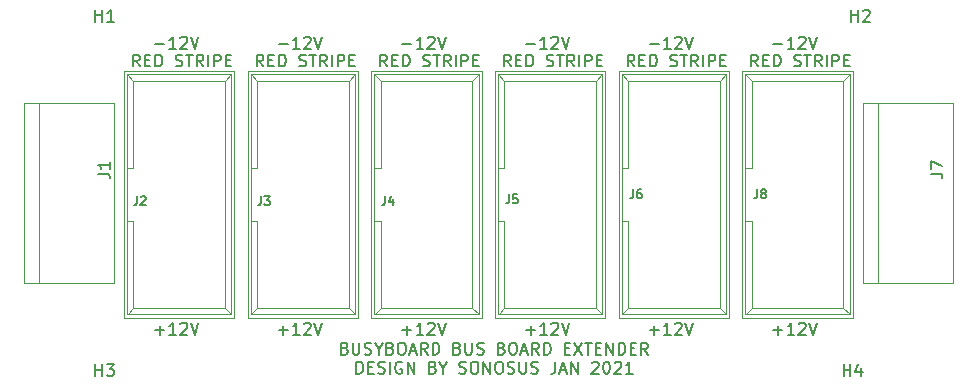
<source format=gbr>
%TF.GenerationSoftware,KiCad,Pcbnew,(6.0.0)*%
%TF.CreationDate,2022-01-31T19:36:34+00:00*%
%TF.ProjectId,BusyBusBoard,42757379-4275-4734-926f-6172642e6b69,rev?*%
%TF.SameCoordinates,Original*%
%TF.FileFunction,Legend,Top*%
%TF.FilePolarity,Positive*%
%FSLAX46Y46*%
G04 Gerber Fmt 4.6, Leading zero omitted, Abs format (unit mm)*
G04 Created by KiCad (PCBNEW (6.0.0)) date 2022-01-31 19:36:34*
%MOMM*%
%LPD*%
G01*
G04 APERTURE LIST*
%ADD10C,0.150000*%
%ADD11C,0.120000*%
G04 APERTURE END LIST*
D10*
X128357142Y-96123571D02*
X128500000Y-96171190D01*
X128547619Y-96218809D01*
X128595238Y-96314047D01*
X128595238Y-96456904D01*
X128547619Y-96552142D01*
X128500000Y-96599761D01*
X128404761Y-96647380D01*
X128023809Y-96647380D01*
X128023809Y-95647380D01*
X128357142Y-95647380D01*
X128452380Y-95695000D01*
X128500000Y-95742619D01*
X128547619Y-95837857D01*
X128547619Y-95933095D01*
X128500000Y-96028333D01*
X128452380Y-96075952D01*
X128357142Y-96123571D01*
X128023809Y-96123571D01*
X129023809Y-95647380D02*
X129023809Y-96456904D01*
X129071428Y-96552142D01*
X129119047Y-96599761D01*
X129214285Y-96647380D01*
X129404761Y-96647380D01*
X129500000Y-96599761D01*
X129547619Y-96552142D01*
X129595238Y-96456904D01*
X129595238Y-95647380D01*
X130023809Y-96599761D02*
X130166666Y-96647380D01*
X130404761Y-96647380D01*
X130500000Y-96599761D01*
X130547619Y-96552142D01*
X130595238Y-96456904D01*
X130595238Y-96361666D01*
X130547619Y-96266428D01*
X130500000Y-96218809D01*
X130404761Y-96171190D01*
X130214285Y-96123571D01*
X130119047Y-96075952D01*
X130071428Y-96028333D01*
X130023809Y-95933095D01*
X130023809Y-95837857D01*
X130071428Y-95742619D01*
X130119047Y-95695000D01*
X130214285Y-95647380D01*
X130452380Y-95647380D01*
X130595238Y-95695000D01*
X131214285Y-96171190D02*
X131214285Y-96647380D01*
X130880952Y-95647380D02*
X131214285Y-96171190D01*
X131547619Y-95647380D01*
X132214285Y-96123571D02*
X132357142Y-96171190D01*
X132404761Y-96218809D01*
X132452380Y-96314047D01*
X132452380Y-96456904D01*
X132404761Y-96552142D01*
X132357142Y-96599761D01*
X132261904Y-96647380D01*
X131880952Y-96647380D01*
X131880952Y-95647380D01*
X132214285Y-95647380D01*
X132309523Y-95695000D01*
X132357142Y-95742619D01*
X132404761Y-95837857D01*
X132404761Y-95933095D01*
X132357142Y-96028333D01*
X132309523Y-96075952D01*
X132214285Y-96123571D01*
X131880952Y-96123571D01*
X133071428Y-95647380D02*
X133261904Y-95647380D01*
X133357142Y-95695000D01*
X133452380Y-95790238D01*
X133500000Y-95980714D01*
X133500000Y-96314047D01*
X133452380Y-96504523D01*
X133357142Y-96599761D01*
X133261904Y-96647380D01*
X133071428Y-96647380D01*
X132976190Y-96599761D01*
X132880952Y-96504523D01*
X132833333Y-96314047D01*
X132833333Y-95980714D01*
X132880952Y-95790238D01*
X132976190Y-95695000D01*
X133071428Y-95647380D01*
X133880952Y-96361666D02*
X134357142Y-96361666D01*
X133785714Y-96647380D02*
X134119047Y-95647380D01*
X134452380Y-96647380D01*
X135357142Y-96647380D02*
X135023809Y-96171190D01*
X134785714Y-96647380D02*
X134785714Y-95647380D01*
X135166666Y-95647380D01*
X135261904Y-95695000D01*
X135309523Y-95742619D01*
X135357142Y-95837857D01*
X135357142Y-95980714D01*
X135309523Y-96075952D01*
X135261904Y-96123571D01*
X135166666Y-96171190D01*
X134785714Y-96171190D01*
X135785714Y-96647380D02*
X135785714Y-95647380D01*
X136023809Y-95647380D01*
X136166666Y-95695000D01*
X136261904Y-95790238D01*
X136309523Y-95885476D01*
X136357142Y-96075952D01*
X136357142Y-96218809D01*
X136309523Y-96409285D01*
X136261904Y-96504523D01*
X136166666Y-96599761D01*
X136023809Y-96647380D01*
X135785714Y-96647380D01*
X137880952Y-96123571D02*
X138023809Y-96171190D01*
X138071428Y-96218809D01*
X138119047Y-96314047D01*
X138119047Y-96456904D01*
X138071428Y-96552142D01*
X138023809Y-96599761D01*
X137928571Y-96647380D01*
X137547619Y-96647380D01*
X137547619Y-95647380D01*
X137880952Y-95647380D01*
X137976190Y-95695000D01*
X138023809Y-95742619D01*
X138071428Y-95837857D01*
X138071428Y-95933095D01*
X138023809Y-96028333D01*
X137976190Y-96075952D01*
X137880952Y-96123571D01*
X137547619Y-96123571D01*
X138547619Y-95647380D02*
X138547619Y-96456904D01*
X138595238Y-96552142D01*
X138642857Y-96599761D01*
X138738095Y-96647380D01*
X138928571Y-96647380D01*
X139023809Y-96599761D01*
X139071428Y-96552142D01*
X139119047Y-96456904D01*
X139119047Y-95647380D01*
X139547619Y-96599761D02*
X139690476Y-96647380D01*
X139928571Y-96647380D01*
X140023809Y-96599761D01*
X140071428Y-96552142D01*
X140119047Y-96456904D01*
X140119047Y-96361666D01*
X140071428Y-96266428D01*
X140023809Y-96218809D01*
X139928571Y-96171190D01*
X139738095Y-96123571D01*
X139642857Y-96075952D01*
X139595238Y-96028333D01*
X139547619Y-95933095D01*
X139547619Y-95837857D01*
X139595238Y-95742619D01*
X139642857Y-95695000D01*
X139738095Y-95647380D01*
X139976190Y-95647380D01*
X140119047Y-95695000D01*
X141642857Y-96123571D02*
X141785714Y-96171190D01*
X141833333Y-96218809D01*
X141880952Y-96314047D01*
X141880952Y-96456904D01*
X141833333Y-96552142D01*
X141785714Y-96599761D01*
X141690476Y-96647380D01*
X141309523Y-96647380D01*
X141309523Y-95647380D01*
X141642857Y-95647380D01*
X141738095Y-95695000D01*
X141785714Y-95742619D01*
X141833333Y-95837857D01*
X141833333Y-95933095D01*
X141785714Y-96028333D01*
X141738095Y-96075952D01*
X141642857Y-96123571D01*
X141309523Y-96123571D01*
X142500000Y-95647380D02*
X142690476Y-95647380D01*
X142785714Y-95695000D01*
X142880952Y-95790238D01*
X142928571Y-95980714D01*
X142928571Y-96314047D01*
X142880952Y-96504523D01*
X142785714Y-96599761D01*
X142690476Y-96647380D01*
X142500000Y-96647380D01*
X142404761Y-96599761D01*
X142309523Y-96504523D01*
X142261904Y-96314047D01*
X142261904Y-95980714D01*
X142309523Y-95790238D01*
X142404761Y-95695000D01*
X142500000Y-95647380D01*
X143309523Y-96361666D02*
X143785714Y-96361666D01*
X143214285Y-96647380D02*
X143547619Y-95647380D01*
X143880952Y-96647380D01*
X144785714Y-96647380D02*
X144452380Y-96171190D01*
X144214285Y-96647380D02*
X144214285Y-95647380D01*
X144595238Y-95647380D01*
X144690476Y-95695000D01*
X144738095Y-95742619D01*
X144785714Y-95837857D01*
X144785714Y-95980714D01*
X144738095Y-96075952D01*
X144690476Y-96123571D01*
X144595238Y-96171190D01*
X144214285Y-96171190D01*
X145214285Y-96647380D02*
X145214285Y-95647380D01*
X145452380Y-95647380D01*
X145595238Y-95695000D01*
X145690476Y-95790238D01*
X145738095Y-95885476D01*
X145785714Y-96075952D01*
X145785714Y-96218809D01*
X145738095Y-96409285D01*
X145690476Y-96504523D01*
X145595238Y-96599761D01*
X145452380Y-96647380D01*
X145214285Y-96647380D01*
X146976190Y-96123571D02*
X147309523Y-96123571D01*
X147452380Y-96647380D02*
X146976190Y-96647380D01*
X146976190Y-95647380D01*
X147452380Y-95647380D01*
X147785714Y-95647380D02*
X148452380Y-96647380D01*
X148452380Y-95647380D02*
X147785714Y-96647380D01*
X148690476Y-95647380D02*
X149261904Y-95647380D01*
X148976190Y-96647380D02*
X148976190Y-95647380D01*
X149595238Y-96123571D02*
X149928571Y-96123571D01*
X150071428Y-96647380D02*
X149595238Y-96647380D01*
X149595238Y-95647380D01*
X150071428Y-95647380D01*
X150500000Y-96647380D02*
X150500000Y-95647380D01*
X151071428Y-96647380D01*
X151071428Y-95647380D01*
X151547619Y-96647380D02*
X151547619Y-95647380D01*
X151785714Y-95647380D01*
X151928571Y-95695000D01*
X152023809Y-95790238D01*
X152071428Y-95885476D01*
X152119047Y-96075952D01*
X152119047Y-96218809D01*
X152071428Y-96409285D01*
X152023809Y-96504523D01*
X151928571Y-96599761D01*
X151785714Y-96647380D01*
X151547619Y-96647380D01*
X152547619Y-96123571D02*
X152880952Y-96123571D01*
X153023809Y-96647380D02*
X152547619Y-96647380D01*
X152547619Y-95647380D01*
X153023809Y-95647380D01*
X154023809Y-96647380D02*
X153690476Y-96171190D01*
X153452380Y-96647380D02*
X153452380Y-95647380D01*
X153833333Y-95647380D01*
X153928571Y-95695000D01*
X153976190Y-95742619D01*
X154023809Y-95837857D01*
X154023809Y-95980714D01*
X153976190Y-96075952D01*
X153928571Y-96123571D01*
X153833333Y-96171190D01*
X153452380Y-96171190D01*
X129333333Y-98257380D02*
X129333333Y-97257380D01*
X129571428Y-97257380D01*
X129714285Y-97305000D01*
X129809523Y-97400238D01*
X129857142Y-97495476D01*
X129904761Y-97685952D01*
X129904761Y-97828809D01*
X129857142Y-98019285D01*
X129809523Y-98114523D01*
X129714285Y-98209761D01*
X129571428Y-98257380D01*
X129333333Y-98257380D01*
X130333333Y-97733571D02*
X130666666Y-97733571D01*
X130809523Y-98257380D02*
X130333333Y-98257380D01*
X130333333Y-97257380D01*
X130809523Y-97257380D01*
X131190476Y-98209761D02*
X131333333Y-98257380D01*
X131571428Y-98257380D01*
X131666666Y-98209761D01*
X131714285Y-98162142D01*
X131761904Y-98066904D01*
X131761904Y-97971666D01*
X131714285Y-97876428D01*
X131666666Y-97828809D01*
X131571428Y-97781190D01*
X131380952Y-97733571D01*
X131285714Y-97685952D01*
X131238095Y-97638333D01*
X131190476Y-97543095D01*
X131190476Y-97447857D01*
X131238095Y-97352619D01*
X131285714Y-97305000D01*
X131380952Y-97257380D01*
X131619047Y-97257380D01*
X131761904Y-97305000D01*
X132190476Y-98257380D02*
X132190476Y-97257380D01*
X133190476Y-97305000D02*
X133095238Y-97257380D01*
X132952380Y-97257380D01*
X132809523Y-97305000D01*
X132714285Y-97400238D01*
X132666666Y-97495476D01*
X132619047Y-97685952D01*
X132619047Y-97828809D01*
X132666666Y-98019285D01*
X132714285Y-98114523D01*
X132809523Y-98209761D01*
X132952380Y-98257380D01*
X133047619Y-98257380D01*
X133190476Y-98209761D01*
X133238095Y-98162142D01*
X133238095Y-97828809D01*
X133047619Y-97828809D01*
X133666666Y-98257380D02*
X133666666Y-97257380D01*
X134238095Y-98257380D01*
X134238095Y-97257380D01*
X135809523Y-97733571D02*
X135952380Y-97781190D01*
X136000000Y-97828809D01*
X136047619Y-97924047D01*
X136047619Y-98066904D01*
X136000000Y-98162142D01*
X135952380Y-98209761D01*
X135857142Y-98257380D01*
X135476190Y-98257380D01*
X135476190Y-97257380D01*
X135809523Y-97257380D01*
X135904761Y-97305000D01*
X135952380Y-97352619D01*
X136000000Y-97447857D01*
X136000000Y-97543095D01*
X135952380Y-97638333D01*
X135904761Y-97685952D01*
X135809523Y-97733571D01*
X135476190Y-97733571D01*
X136666666Y-97781190D02*
X136666666Y-98257380D01*
X136333333Y-97257380D02*
X136666666Y-97781190D01*
X137000000Y-97257380D01*
X138047619Y-98209761D02*
X138190476Y-98257380D01*
X138428571Y-98257380D01*
X138523809Y-98209761D01*
X138571428Y-98162142D01*
X138619047Y-98066904D01*
X138619047Y-97971666D01*
X138571428Y-97876428D01*
X138523809Y-97828809D01*
X138428571Y-97781190D01*
X138238095Y-97733571D01*
X138142857Y-97685952D01*
X138095238Y-97638333D01*
X138047619Y-97543095D01*
X138047619Y-97447857D01*
X138095238Y-97352619D01*
X138142857Y-97305000D01*
X138238095Y-97257380D01*
X138476190Y-97257380D01*
X138619047Y-97305000D01*
X139238095Y-97257380D02*
X139428571Y-97257380D01*
X139523809Y-97305000D01*
X139619047Y-97400238D01*
X139666666Y-97590714D01*
X139666666Y-97924047D01*
X139619047Y-98114523D01*
X139523809Y-98209761D01*
X139428571Y-98257380D01*
X139238095Y-98257380D01*
X139142857Y-98209761D01*
X139047619Y-98114523D01*
X139000000Y-97924047D01*
X139000000Y-97590714D01*
X139047619Y-97400238D01*
X139142857Y-97305000D01*
X139238095Y-97257380D01*
X140095238Y-98257380D02*
X140095238Y-97257380D01*
X140666666Y-98257380D01*
X140666666Y-97257380D01*
X141333333Y-97257380D02*
X141523809Y-97257380D01*
X141619047Y-97305000D01*
X141714285Y-97400238D01*
X141761904Y-97590714D01*
X141761904Y-97924047D01*
X141714285Y-98114523D01*
X141619047Y-98209761D01*
X141523809Y-98257380D01*
X141333333Y-98257380D01*
X141238095Y-98209761D01*
X141142857Y-98114523D01*
X141095238Y-97924047D01*
X141095238Y-97590714D01*
X141142857Y-97400238D01*
X141238095Y-97305000D01*
X141333333Y-97257380D01*
X142142857Y-98209761D02*
X142285714Y-98257380D01*
X142523809Y-98257380D01*
X142619047Y-98209761D01*
X142666666Y-98162142D01*
X142714285Y-98066904D01*
X142714285Y-97971666D01*
X142666666Y-97876428D01*
X142619047Y-97828809D01*
X142523809Y-97781190D01*
X142333333Y-97733571D01*
X142238095Y-97685952D01*
X142190476Y-97638333D01*
X142142857Y-97543095D01*
X142142857Y-97447857D01*
X142190476Y-97352619D01*
X142238095Y-97305000D01*
X142333333Y-97257380D01*
X142571428Y-97257380D01*
X142714285Y-97305000D01*
X143142857Y-97257380D02*
X143142857Y-98066904D01*
X143190476Y-98162142D01*
X143238095Y-98209761D01*
X143333333Y-98257380D01*
X143523809Y-98257380D01*
X143619047Y-98209761D01*
X143666666Y-98162142D01*
X143714285Y-98066904D01*
X143714285Y-97257380D01*
X144142857Y-98209761D02*
X144285714Y-98257380D01*
X144523809Y-98257380D01*
X144619047Y-98209761D01*
X144666666Y-98162142D01*
X144714285Y-98066904D01*
X144714285Y-97971666D01*
X144666666Y-97876428D01*
X144619047Y-97828809D01*
X144523809Y-97781190D01*
X144333333Y-97733571D01*
X144238095Y-97685952D01*
X144190476Y-97638333D01*
X144142857Y-97543095D01*
X144142857Y-97447857D01*
X144190476Y-97352619D01*
X144238095Y-97305000D01*
X144333333Y-97257380D01*
X144571428Y-97257380D01*
X144714285Y-97305000D01*
X146190476Y-97257380D02*
X146190476Y-97971666D01*
X146142857Y-98114523D01*
X146047619Y-98209761D01*
X145904761Y-98257380D01*
X145809523Y-98257380D01*
X146619047Y-97971666D02*
X147095238Y-97971666D01*
X146523809Y-98257380D02*
X146857142Y-97257380D01*
X147190476Y-98257380D01*
X147523809Y-98257380D02*
X147523809Y-97257380D01*
X148095238Y-98257380D01*
X148095238Y-97257380D01*
X149285714Y-97352619D02*
X149333333Y-97305000D01*
X149428571Y-97257380D01*
X149666666Y-97257380D01*
X149761904Y-97305000D01*
X149809523Y-97352619D01*
X149857142Y-97447857D01*
X149857142Y-97543095D01*
X149809523Y-97685952D01*
X149238095Y-98257380D01*
X149857142Y-98257380D01*
X150476190Y-97257380D02*
X150571428Y-97257380D01*
X150666666Y-97305000D01*
X150714285Y-97352619D01*
X150761904Y-97447857D01*
X150809523Y-97638333D01*
X150809523Y-97876428D01*
X150761904Y-98066904D01*
X150714285Y-98162142D01*
X150666666Y-98209761D01*
X150571428Y-98257380D01*
X150476190Y-98257380D01*
X150380952Y-98209761D01*
X150333333Y-98162142D01*
X150285714Y-98066904D01*
X150238095Y-97876428D01*
X150238095Y-97638333D01*
X150285714Y-97447857D01*
X150333333Y-97352619D01*
X150380952Y-97305000D01*
X150476190Y-97257380D01*
X151190476Y-97352619D02*
X151238095Y-97305000D01*
X151333333Y-97257380D01*
X151571428Y-97257380D01*
X151666666Y-97305000D01*
X151714285Y-97352619D01*
X151761904Y-97447857D01*
X151761904Y-97543095D01*
X151714285Y-97685952D01*
X151142857Y-98257380D01*
X151761904Y-98257380D01*
X152714285Y-98257380D02*
X152142857Y-98257380D01*
X152428571Y-98257380D02*
X152428571Y-97257380D01*
X152333333Y-97400238D01*
X152238095Y-97495476D01*
X152142857Y-97543095D01*
%TO.C,H4*%
X170593095Y-98452380D02*
X170593095Y-97452380D01*
X170593095Y-97928571D02*
X171164523Y-97928571D01*
X171164523Y-98452380D02*
X171164523Y-97452380D01*
X172069285Y-97785714D02*
X172069285Y-98452380D01*
X171831190Y-97404761D02*
X171593095Y-98119047D01*
X172212142Y-98119047D01*
%TO.C,H3*%
X107238095Y-98452380D02*
X107238095Y-97452380D01*
X107238095Y-97928571D02*
X107809523Y-97928571D01*
X107809523Y-98452380D02*
X107809523Y-97452380D01*
X108190476Y-97452380D02*
X108809523Y-97452380D01*
X108476190Y-97833333D01*
X108619047Y-97833333D01*
X108714285Y-97880952D01*
X108761904Y-97928571D01*
X108809523Y-98023809D01*
X108809523Y-98261904D01*
X108761904Y-98357142D01*
X108714285Y-98404761D01*
X108619047Y-98452380D01*
X108333333Y-98452380D01*
X108238095Y-98404761D01*
X108190476Y-98357142D01*
%TO.C,H2*%
X171238095Y-68452380D02*
X171238095Y-67452380D01*
X171238095Y-67928571D02*
X171809523Y-67928571D01*
X171809523Y-68452380D02*
X171809523Y-67452380D01*
X172238095Y-67547619D02*
X172285714Y-67500000D01*
X172380952Y-67452380D01*
X172619047Y-67452380D01*
X172714285Y-67500000D01*
X172761904Y-67547619D01*
X172809523Y-67642857D01*
X172809523Y-67738095D01*
X172761904Y-67880952D01*
X172190476Y-68452380D01*
X172809523Y-68452380D01*
%TO.C,H1*%
X107238095Y-68452380D02*
X107238095Y-67452380D01*
X107238095Y-67928571D02*
X107809523Y-67928571D01*
X107809523Y-68452380D02*
X107809523Y-67452380D01*
X108809523Y-68452380D02*
X108238095Y-68452380D01*
X108523809Y-68452380D02*
X108523809Y-67452380D01*
X108428571Y-67595238D01*
X108333333Y-67690476D01*
X108238095Y-67738095D01*
%TO.C,J1*%
X107452380Y-81333333D02*
X108166666Y-81333333D01*
X108309523Y-81380952D01*
X108404761Y-81476190D01*
X108452380Y-81619047D01*
X108452380Y-81714285D01*
X108452380Y-80333333D02*
X108452380Y-80904761D01*
X108452380Y-80619047D02*
X107452380Y-80619047D01*
X107595238Y-80714285D01*
X107690476Y-80809523D01*
X107738095Y-80904761D01*
%TO.C,J4*%
X131750000Y-83259285D02*
X131750000Y-83795000D01*
X131714285Y-83902142D01*
X131642857Y-83973571D01*
X131535714Y-84009285D01*
X131464285Y-84009285D01*
X132428571Y-83509285D02*
X132428571Y-84009285D01*
X132250000Y-83223571D02*
X132071428Y-83759285D01*
X132535714Y-83759285D01*
X131928571Y-72252380D02*
X131595238Y-71776190D01*
X131357142Y-72252380D02*
X131357142Y-71252380D01*
X131738095Y-71252380D01*
X131833333Y-71300000D01*
X131880952Y-71347619D01*
X131928571Y-71442857D01*
X131928571Y-71585714D01*
X131880952Y-71680952D01*
X131833333Y-71728571D01*
X131738095Y-71776190D01*
X131357142Y-71776190D01*
X132357142Y-71728571D02*
X132690476Y-71728571D01*
X132833333Y-72252380D02*
X132357142Y-72252380D01*
X132357142Y-71252380D01*
X132833333Y-71252380D01*
X133261904Y-72252380D02*
X133261904Y-71252380D01*
X133500000Y-71252380D01*
X133642857Y-71300000D01*
X133738095Y-71395238D01*
X133785714Y-71490476D01*
X133833333Y-71680952D01*
X133833333Y-71823809D01*
X133785714Y-72014285D01*
X133738095Y-72109523D01*
X133642857Y-72204761D01*
X133500000Y-72252380D01*
X133261904Y-72252380D01*
X134976190Y-72204761D02*
X135119047Y-72252380D01*
X135357142Y-72252380D01*
X135452380Y-72204761D01*
X135500000Y-72157142D01*
X135547619Y-72061904D01*
X135547619Y-71966666D01*
X135500000Y-71871428D01*
X135452380Y-71823809D01*
X135357142Y-71776190D01*
X135166666Y-71728571D01*
X135071428Y-71680952D01*
X135023809Y-71633333D01*
X134976190Y-71538095D01*
X134976190Y-71442857D01*
X135023809Y-71347619D01*
X135071428Y-71300000D01*
X135166666Y-71252380D01*
X135404761Y-71252380D01*
X135547619Y-71300000D01*
X135833333Y-71252380D02*
X136404761Y-71252380D01*
X136119047Y-72252380D02*
X136119047Y-71252380D01*
X137309523Y-72252380D02*
X136976190Y-71776190D01*
X136738095Y-72252380D02*
X136738095Y-71252380D01*
X137119047Y-71252380D01*
X137214285Y-71300000D01*
X137261904Y-71347619D01*
X137309523Y-71442857D01*
X137309523Y-71585714D01*
X137261904Y-71680952D01*
X137214285Y-71728571D01*
X137119047Y-71776190D01*
X136738095Y-71776190D01*
X137738095Y-72252380D02*
X137738095Y-71252380D01*
X138214285Y-72252380D02*
X138214285Y-71252380D01*
X138595238Y-71252380D01*
X138690476Y-71300000D01*
X138738095Y-71347619D01*
X138785714Y-71442857D01*
X138785714Y-71585714D01*
X138738095Y-71680952D01*
X138690476Y-71728571D01*
X138595238Y-71776190D01*
X138214285Y-71776190D01*
X139214285Y-71728571D02*
X139547619Y-71728571D01*
X139690476Y-72252380D02*
X139214285Y-72252380D01*
X139214285Y-71252380D01*
X139690476Y-71252380D01*
X133238095Y-94571428D02*
X134000000Y-94571428D01*
X133619047Y-94952380D02*
X133619047Y-94190476D01*
X135000000Y-94952380D02*
X134428571Y-94952380D01*
X134714285Y-94952380D02*
X134714285Y-93952380D01*
X134619047Y-94095238D01*
X134523809Y-94190476D01*
X134428571Y-94238095D01*
X135380952Y-94047619D02*
X135428571Y-94000000D01*
X135523809Y-93952380D01*
X135761904Y-93952380D01*
X135857142Y-94000000D01*
X135904761Y-94047619D01*
X135952380Y-94142857D01*
X135952380Y-94238095D01*
X135904761Y-94380952D01*
X135333333Y-94952380D01*
X135952380Y-94952380D01*
X136238095Y-93952380D02*
X136571428Y-94952380D01*
X136904761Y-93952380D01*
X133238095Y-70371428D02*
X134000000Y-70371428D01*
X135000000Y-70752380D02*
X134428571Y-70752380D01*
X134714285Y-70752380D02*
X134714285Y-69752380D01*
X134619047Y-69895238D01*
X134523809Y-69990476D01*
X134428571Y-70038095D01*
X135380952Y-69847619D02*
X135428571Y-69800000D01*
X135523809Y-69752380D01*
X135761904Y-69752380D01*
X135857142Y-69800000D01*
X135904761Y-69847619D01*
X135952380Y-69942857D01*
X135952380Y-70038095D01*
X135904761Y-70180952D01*
X135333333Y-70752380D01*
X135952380Y-70752380D01*
X136238095Y-69752380D02*
X136571428Y-70752380D01*
X136904761Y-69752380D01*
%TO.C,J7*%
X177952380Y-81333333D02*
X178666666Y-81333333D01*
X178809523Y-81380952D01*
X178904761Y-81476190D01*
X178952380Y-81619047D01*
X178952380Y-81714285D01*
X177952380Y-80952380D02*
X177952380Y-80285714D01*
X178952380Y-80714285D01*
%TO.C,J3*%
X121250000Y-83259285D02*
X121250000Y-83795000D01*
X121214285Y-83902142D01*
X121142857Y-83973571D01*
X121035714Y-84009285D01*
X120964285Y-84009285D01*
X121535714Y-83259285D02*
X122000000Y-83259285D01*
X121750000Y-83545000D01*
X121857142Y-83545000D01*
X121928571Y-83580714D01*
X121964285Y-83616428D01*
X122000000Y-83687857D01*
X122000000Y-83866428D01*
X121964285Y-83937857D01*
X121928571Y-83973571D01*
X121857142Y-84009285D01*
X121642857Y-84009285D01*
X121571428Y-83973571D01*
X121535714Y-83937857D01*
X121458571Y-72252380D02*
X121125238Y-71776190D01*
X120887142Y-72252380D02*
X120887142Y-71252380D01*
X121268095Y-71252380D01*
X121363333Y-71300000D01*
X121410952Y-71347619D01*
X121458571Y-71442857D01*
X121458571Y-71585714D01*
X121410952Y-71680952D01*
X121363333Y-71728571D01*
X121268095Y-71776190D01*
X120887142Y-71776190D01*
X121887142Y-71728571D02*
X122220476Y-71728571D01*
X122363333Y-72252380D02*
X121887142Y-72252380D01*
X121887142Y-71252380D01*
X122363333Y-71252380D01*
X122791904Y-72252380D02*
X122791904Y-71252380D01*
X123030000Y-71252380D01*
X123172857Y-71300000D01*
X123268095Y-71395238D01*
X123315714Y-71490476D01*
X123363333Y-71680952D01*
X123363333Y-71823809D01*
X123315714Y-72014285D01*
X123268095Y-72109523D01*
X123172857Y-72204761D01*
X123030000Y-72252380D01*
X122791904Y-72252380D01*
X124506190Y-72204761D02*
X124649047Y-72252380D01*
X124887142Y-72252380D01*
X124982380Y-72204761D01*
X125030000Y-72157142D01*
X125077619Y-72061904D01*
X125077619Y-71966666D01*
X125030000Y-71871428D01*
X124982380Y-71823809D01*
X124887142Y-71776190D01*
X124696666Y-71728571D01*
X124601428Y-71680952D01*
X124553809Y-71633333D01*
X124506190Y-71538095D01*
X124506190Y-71442857D01*
X124553809Y-71347619D01*
X124601428Y-71300000D01*
X124696666Y-71252380D01*
X124934761Y-71252380D01*
X125077619Y-71300000D01*
X125363333Y-71252380D02*
X125934761Y-71252380D01*
X125649047Y-72252380D02*
X125649047Y-71252380D01*
X126839523Y-72252380D02*
X126506190Y-71776190D01*
X126268095Y-72252380D02*
X126268095Y-71252380D01*
X126649047Y-71252380D01*
X126744285Y-71300000D01*
X126791904Y-71347619D01*
X126839523Y-71442857D01*
X126839523Y-71585714D01*
X126791904Y-71680952D01*
X126744285Y-71728571D01*
X126649047Y-71776190D01*
X126268095Y-71776190D01*
X127268095Y-72252380D02*
X127268095Y-71252380D01*
X127744285Y-72252380D02*
X127744285Y-71252380D01*
X128125238Y-71252380D01*
X128220476Y-71300000D01*
X128268095Y-71347619D01*
X128315714Y-71442857D01*
X128315714Y-71585714D01*
X128268095Y-71680952D01*
X128220476Y-71728571D01*
X128125238Y-71776190D01*
X127744285Y-71776190D01*
X128744285Y-71728571D02*
X129077619Y-71728571D01*
X129220476Y-72252380D02*
X128744285Y-72252380D01*
X128744285Y-71252380D01*
X129220476Y-71252380D01*
X122768095Y-94571428D02*
X123530000Y-94571428D01*
X123149047Y-94952380D02*
X123149047Y-94190476D01*
X124530000Y-94952380D02*
X123958571Y-94952380D01*
X124244285Y-94952380D02*
X124244285Y-93952380D01*
X124149047Y-94095238D01*
X124053809Y-94190476D01*
X123958571Y-94238095D01*
X124910952Y-94047619D02*
X124958571Y-94000000D01*
X125053809Y-93952380D01*
X125291904Y-93952380D01*
X125387142Y-94000000D01*
X125434761Y-94047619D01*
X125482380Y-94142857D01*
X125482380Y-94238095D01*
X125434761Y-94380952D01*
X124863333Y-94952380D01*
X125482380Y-94952380D01*
X125768095Y-93952380D02*
X126101428Y-94952380D01*
X126434761Y-93952380D01*
X122768095Y-70371428D02*
X123530000Y-70371428D01*
X124530000Y-70752380D02*
X123958571Y-70752380D01*
X124244285Y-70752380D02*
X124244285Y-69752380D01*
X124149047Y-69895238D01*
X124053809Y-69990476D01*
X123958571Y-70038095D01*
X124910952Y-69847619D02*
X124958571Y-69800000D01*
X125053809Y-69752380D01*
X125291904Y-69752380D01*
X125387142Y-69800000D01*
X125434761Y-69847619D01*
X125482380Y-69942857D01*
X125482380Y-70038095D01*
X125434761Y-70180952D01*
X124863333Y-70752380D01*
X125482380Y-70752380D01*
X125768095Y-69752380D02*
X126101428Y-70752380D01*
X126434761Y-69752380D01*
%TO.C,J5*%
X142250000Y-83089285D02*
X142250000Y-83625000D01*
X142214285Y-83732142D01*
X142142857Y-83803571D01*
X142035714Y-83839285D01*
X141964285Y-83839285D01*
X142964285Y-83089285D02*
X142607142Y-83089285D01*
X142571428Y-83446428D01*
X142607142Y-83410714D01*
X142678571Y-83375000D01*
X142857142Y-83375000D01*
X142928571Y-83410714D01*
X142964285Y-83446428D01*
X143000000Y-83517857D01*
X143000000Y-83696428D01*
X142964285Y-83767857D01*
X142928571Y-83803571D01*
X142857142Y-83839285D01*
X142678571Y-83839285D01*
X142607142Y-83803571D01*
X142571428Y-83767857D01*
X143708095Y-70371428D02*
X144470000Y-70371428D01*
X145470000Y-70752380D02*
X144898571Y-70752380D01*
X145184285Y-70752380D02*
X145184285Y-69752380D01*
X145089047Y-69895238D01*
X144993809Y-69990476D01*
X144898571Y-70038095D01*
X145850952Y-69847619D02*
X145898571Y-69800000D01*
X145993809Y-69752380D01*
X146231904Y-69752380D01*
X146327142Y-69800000D01*
X146374761Y-69847619D01*
X146422380Y-69942857D01*
X146422380Y-70038095D01*
X146374761Y-70180952D01*
X145803333Y-70752380D01*
X146422380Y-70752380D01*
X146708095Y-69752380D02*
X147041428Y-70752380D01*
X147374761Y-69752380D01*
X143708095Y-94571428D02*
X144470000Y-94571428D01*
X144089047Y-94952380D02*
X144089047Y-94190476D01*
X145470000Y-94952380D02*
X144898571Y-94952380D01*
X145184285Y-94952380D02*
X145184285Y-93952380D01*
X145089047Y-94095238D01*
X144993809Y-94190476D01*
X144898571Y-94238095D01*
X145850952Y-94047619D02*
X145898571Y-94000000D01*
X145993809Y-93952380D01*
X146231904Y-93952380D01*
X146327142Y-94000000D01*
X146374761Y-94047619D01*
X146422380Y-94142857D01*
X146422380Y-94238095D01*
X146374761Y-94380952D01*
X145803333Y-94952380D01*
X146422380Y-94952380D01*
X146708095Y-93952380D02*
X147041428Y-94952380D01*
X147374761Y-93952380D01*
X142398571Y-72252380D02*
X142065238Y-71776190D01*
X141827142Y-72252380D02*
X141827142Y-71252380D01*
X142208095Y-71252380D01*
X142303333Y-71300000D01*
X142350952Y-71347619D01*
X142398571Y-71442857D01*
X142398571Y-71585714D01*
X142350952Y-71680952D01*
X142303333Y-71728571D01*
X142208095Y-71776190D01*
X141827142Y-71776190D01*
X142827142Y-71728571D02*
X143160476Y-71728571D01*
X143303333Y-72252380D02*
X142827142Y-72252380D01*
X142827142Y-71252380D01*
X143303333Y-71252380D01*
X143731904Y-72252380D02*
X143731904Y-71252380D01*
X143970000Y-71252380D01*
X144112857Y-71300000D01*
X144208095Y-71395238D01*
X144255714Y-71490476D01*
X144303333Y-71680952D01*
X144303333Y-71823809D01*
X144255714Y-72014285D01*
X144208095Y-72109523D01*
X144112857Y-72204761D01*
X143970000Y-72252380D01*
X143731904Y-72252380D01*
X145446190Y-72204761D02*
X145589047Y-72252380D01*
X145827142Y-72252380D01*
X145922380Y-72204761D01*
X145970000Y-72157142D01*
X146017619Y-72061904D01*
X146017619Y-71966666D01*
X145970000Y-71871428D01*
X145922380Y-71823809D01*
X145827142Y-71776190D01*
X145636666Y-71728571D01*
X145541428Y-71680952D01*
X145493809Y-71633333D01*
X145446190Y-71538095D01*
X145446190Y-71442857D01*
X145493809Y-71347619D01*
X145541428Y-71300000D01*
X145636666Y-71252380D01*
X145874761Y-71252380D01*
X146017619Y-71300000D01*
X146303333Y-71252380D02*
X146874761Y-71252380D01*
X146589047Y-72252380D02*
X146589047Y-71252380D01*
X147779523Y-72252380D02*
X147446190Y-71776190D01*
X147208095Y-72252380D02*
X147208095Y-71252380D01*
X147589047Y-71252380D01*
X147684285Y-71300000D01*
X147731904Y-71347619D01*
X147779523Y-71442857D01*
X147779523Y-71585714D01*
X147731904Y-71680952D01*
X147684285Y-71728571D01*
X147589047Y-71776190D01*
X147208095Y-71776190D01*
X148208095Y-72252380D02*
X148208095Y-71252380D01*
X148684285Y-72252380D02*
X148684285Y-71252380D01*
X149065238Y-71252380D01*
X149160476Y-71300000D01*
X149208095Y-71347619D01*
X149255714Y-71442857D01*
X149255714Y-71585714D01*
X149208095Y-71680952D01*
X149160476Y-71728571D01*
X149065238Y-71776190D01*
X148684285Y-71776190D01*
X149684285Y-71728571D02*
X150017619Y-71728571D01*
X150160476Y-72252380D02*
X149684285Y-72252380D01*
X149684285Y-71252380D01*
X150160476Y-71252380D01*
%TO.C,J8*%
X163250000Y-82664285D02*
X163250000Y-83200000D01*
X163214285Y-83307142D01*
X163142857Y-83378571D01*
X163035714Y-83414285D01*
X162964285Y-83414285D01*
X163714285Y-82985714D02*
X163642857Y-82950000D01*
X163607142Y-82914285D01*
X163571428Y-82842857D01*
X163571428Y-82807142D01*
X163607142Y-82735714D01*
X163642857Y-82700000D01*
X163714285Y-82664285D01*
X163857142Y-82664285D01*
X163928571Y-82700000D01*
X163964285Y-82735714D01*
X164000000Y-82807142D01*
X164000000Y-82842857D01*
X163964285Y-82914285D01*
X163928571Y-82950000D01*
X163857142Y-82985714D01*
X163714285Y-82985714D01*
X163642857Y-83021428D01*
X163607142Y-83057142D01*
X163571428Y-83128571D01*
X163571428Y-83271428D01*
X163607142Y-83342857D01*
X163642857Y-83378571D01*
X163714285Y-83414285D01*
X163857142Y-83414285D01*
X163928571Y-83378571D01*
X163964285Y-83342857D01*
X164000000Y-83271428D01*
X164000000Y-83128571D01*
X163964285Y-83057142D01*
X163928571Y-83021428D01*
X163857142Y-82985714D01*
X163338571Y-72252380D02*
X163005238Y-71776190D01*
X162767142Y-72252380D02*
X162767142Y-71252380D01*
X163148095Y-71252380D01*
X163243333Y-71300000D01*
X163290952Y-71347619D01*
X163338571Y-71442857D01*
X163338571Y-71585714D01*
X163290952Y-71680952D01*
X163243333Y-71728571D01*
X163148095Y-71776190D01*
X162767142Y-71776190D01*
X163767142Y-71728571D02*
X164100476Y-71728571D01*
X164243333Y-72252380D02*
X163767142Y-72252380D01*
X163767142Y-71252380D01*
X164243333Y-71252380D01*
X164671904Y-72252380D02*
X164671904Y-71252380D01*
X164910000Y-71252380D01*
X165052857Y-71300000D01*
X165148095Y-71395238D01*
X165195714Y-71490476D01*
X165243333Y-71680952D01*
X165243333Y-71823809D01*
X165195714Y-72014285D01*
X165148095Y-72109523D01*
X165052857Y-72204761D01*
X164910000Y-72252380D01*
X164671904Y-72252380D01*
X166386190Y-72204761D02*
X166529047Y-72252380D01*
X166767142Y-72252380D01*
X166862380Y-72204761D01*
X166910000Y-72157142D01*
X166957619Y-72061904D01*
X166957619Y-71966666D01*
X166910000Y-71871428D01*
X166862380Y-71823809D01*
X166767142Y-71776190D01*
X166576666Y-71728571D01*
X166481428Y-71680952D01*
X166433809Y-71633333D01*
X166386190Y-71538095D01*
X166386190Y-71442857D01*
X166433809Y-71347619D01*
X166481428Y-71300000D01*
X166576666Y-71252380D01*
X166814761Y-71252380D01*
X166957619Y-71300000D01*
X167243333Y-71252380D02*
X167814761Y-71252380D01*
X167529047Y-72252380D02*
X167529047Y-71252380D01*
X168719523Y-72252380D02*
X168386190Y-71776190D01*
X168148095Y-72252380D02*
X168148095Y-71252380D01*
X168529047Y-71252380D01*
X168624285Y-71300000D01*
X168671904Y-71347619D01*
X168719523Y-71442857D01*
X168719523Y-71585714D01*
X168671904Y-71680952D01*
X168624285Y-71728571D01*
X168529047Y-71776190D01*
X168148095Y-71776190D01*
X169148095Y-72252380D02*
X169148095Y-71252380D01*
X169624285Y-72252380D02*
X169624285Y-71252380D01*
X170005238Y-71252380D01*
X170100476Y-71300000D01*
X170148095Y-71347619D01*
X170195714Y-71442857D01*
X170195714Y-71585714D01*
X170148095Y-71680952D01*
X170100476Y-71728571D01*
X170005238Y-71776190D01*
X169624285Y-71776190D01*
X170624285Y-71728571D02*
X170957619Y-71728571D01*
X171100476Y-72252380D02*
X170624285Y-72252380D01*
X170624285Y-71252380D01*
X171100476Y-71252380D01*
X164648095Y-94571428D02*
X165410000Y-94571428D01*
X165029047Y-94952380D02*
X165029047Y-94190476D01*
X166410000Y-94952380D02*
X165838571Y-94952380D01*
X166124285Y-94952380D02*
X166124285Y-93952380D01*
X166029047Y-94095238D01*
X165933809Y-94190476D01*
X165838571Y-94238095D01*
X166790952Y-94047619D02*
X166838571Y-94000000D01*
X166933809Y-93952380D01*
X167171904Y-93952380D01*
X167267142Y-94000000D01*
X167314761Y-94047619D01*
X167362380Y-94142857D01*
X167362380Y-94238095D01*
X167314761Y-94380952D01*
X166743333Y-94952380D01*
X167362380Y-94952380D01*
X167648095Y-93952380D02*
X167981428Y-94952380D01*
X168314761Y-93952380D01*
X164648095Y-70371428D02*
X165410000Y-70371428D01*
X166410000Y-70752380D02*
X165838571Y-70752380D01*
X166124285Y-70752380D02*
X166124285Y-69752380D01*
X166029047Y-69895238D01*
X165933809Y-69990476D01*
X165838571Y-70038095D01*
X166790952Y-69847619D02*
X166838571Y-69800000D01*
X166933809Y-69752380D01*
X167171904Y-69752380D01*
X167267142Y-69800000D01*
X167314761Y-69847619D01*
X167362380Y-69942857D01*
X167362380Y-70038095D01*
X167314761Y-70180952D01*
X166743333Y-70752380D01*
X167362380Y-70752380D01*
X167648095Y-69752380D02*
X167981428Y-70752380D01*
X168314761Y-69752380D01*
%TO.C,J6*%
X152750000Y-82664285D02*
X152750000Y-83200000D01*
X152714285Y-83307142D01*
X152642857Y-83378571D01*
X152535714Y-83414285D01*
X152464285Y-83414285D01*
X153428571Y-82664285D02*
X153285714Y-82664285D01*
X153214285Y-82700000D01*
X153178571Y-82735714D01*
X153107142Y-82842857D01*
X153071428Y-82985714D01*
X153071428Y-83271428D01*
X153107142Y-83342857D01*
X153142857Y-83378571D01*
X153214285Y-83414285D01*
X153357142Y-83414285D01*
X153428571Y-83378571D01*
X153464285Y-83342857D01*
X153500000Y-83271428D01*
X153500000Y-83092857D01*
X153464285Y-83021428D01*
X153428571Y-82985714D01*
X153357142Y-82950000D01*
X153214285Y-82950000D01*
X153142857Y-82985714D01*
X153107142Y-83021428D01*
X153071428Y-83092857D01*
X152868571Y-72252380D02*
X152535238Y-71776190D01*
X152297142Y-72252380D02*
X152297142Y-71252380D01*
X152678095Y-71252380D01*
X152773333Y-71300000D01*
X152820952Y-71347619D01*
X152868571Y-71442857D01*
X152868571Y-71585714D01*
X152820952Y-71680952D01*
X152773333Y-71728571D01*
X152678095Y-71776190D01*
X152297142Y-71776190D01*
X153297142Y-71728571D02*
X153630476Y-71728571D01*
X153773333Y-72252380D02*
X153297142Y-72252380D01*
X153297142Y-71252380D01*
X153773333Y-71252380D01*
X154201904Y-72252380D02*
X154201904Y-71252380D01*
X154440000Y-71252380D01*
X154582857Y-71300000D01*
X154678095Y-71395238D01*
X154725714Y-71490476D01*
X154773333Y-71680952D01*
X154773333Y-71823809D01*
X154725714Y-72014285D01*
X154678095Y-72109523D01*
X154582857Y-72204761D01*
X154440000Y-72252380D01*
X154201904Y-72252380D01*
X155916190Y-72204761D02*
X156059047Y-72252380D01*
X156297142Y-72252380D01*
X156392380Y-72204761D01*
X156440000Y-72157142D01*
X156487619Y-72061904D01*
X156487619Y-71966666D01*
X156440000Y-71871428D01*
X156392380Y-71823809D01*
X156297142Y-71776190D01*
X156106666Y-71728571D01*
X156011428Y-71680952D01*
X155963809Y-71633333D01*
X155916190Y-71538095D01*
X155916190Y-71442857D01*
X155963809Y-71347619D01*
X156011428Y-71300000D01*
X156106666Y-71252380D01*
X156344761Y-71252380D01*
X156487619Y-71300000D01*
X156773333Y-71252380D02*
X157344761Y-71252380D01*
X157059047Y-72252380D02*
X157059047Y-71252380D01*
X158249523Y-72252380D02*
X157916190Y-71776190D01*
X157678095Y-72252380D02*
X157678095Y-71252380D01*
X158059047Y-71252380D01*
X158154285Y-71300000D01*
X158201904Y-71347619D01*
X158249523Y-71442857D01*
X158249523Y-71585714D01*
X158201904Y-71680952D01*
X158154285Y-71728571D01*
X158059047Y-71776190D01*
X157678095Y-71776190D01*
X158678095Y-72252380D02*
X158678095Y-71252380D01*
X159154285Y-72252380D02*
X159154285Y-71252380D01*
X159535238Y-71252380D01*
X159630476Y-71300000D01*
X159678095Y-71347619D01*
X159725714Y-71442857D01*
X159725714Y-71585714D01*
X159678095Y-71680952D01*
X159630476Y-71728571D01*
X159535238Y-71776190D01*
X159154285Y-71776190D01*
X160154285Y-71728571D02*
X160487619Y-71728571D01*
X160630476Y-72252380D02*
X160154285Y-72252380D01*
X160154285Y-71252380D01*
X160630476Y-71252380D01*
X154178095Y-94571428D02*
X154940000Y-94571428D01*
X154559047Y-94952380D02*
X154559047Y-94190476D01*
X155940000Y-94952380D02*
X155368571Y-94952380D01*
X155654285Y-94952380D02*
X155654285Y-93952380D01*
X155559047Y-94095238D01*
X155463809Y-94190476D01*
X155368571Y-94238095D01*
X156320952Y-94047619D02*
X156368571Y-94000000D01*
X156463809Y-93952380D01*
X156701904Y-93952380D01*
X156797142Y-94000000D01*
X156844761Y-94047619D01*
X156892380Y-94142857D01*
X156892380Y-94238095D01*
X156844761Y-94380952D01*
X156273333Y-94952380D01*
X156892380Y-94952380D01*
X157178095Y-93952380D02*
X157511428Y-94952380D01*
X157844761Y-93952380D01*
X154178095Y-70371428D02*
X154940000Y-70371428D01*
X155940000Y-70752380D02*
X155368571Y-70752380D01*
X155654285Y-70752380D02*
X155654285Y-69752380D01*
X155559047Y-69895238D01*
X155463809Y-69990476D01*
X155368571Y-70038095D01*
X156320952Y-69847619D02*
X156368571Y-69800000D01*
X156463809Y-69752380D01*
X156701904Y-69752380D01*
X156797142Y-69800000D01*
X156844761Y-69847619D01*
X156892380Y-69942857D01*
X156892380Y-70038095D01*
X156844761Y-70180952D01*
X156273333Y-70752380D01*
X156892380Y-70752380D01*
X157178095Y-69752380D02*
X157511428Y-70752380D01*
X157844761Y-69752380D01*
%TO.C,J2*%
X110750000Y-83259285D02*
X110750000Y-83795000D01*
X110714285Y-83902142D01*
X110642857Y-83973571D01*
X110535714Y-84009285D01*
X110464285Y-84009285D01*
X111071428Y-83330714D02*
X111107142Y-83295000D01*
X111178571Y-83259285D01*
X111357142Y-83259285D01*
X111428571Y-83295000D01*
X111464285Y-83330714D01*
X111500000Y-83402142D01*
X111500000Y-83473571D01*
X111464285Y-83580714D01*
X111035714Y-84009285D01*
X111500000Y-84009285D01*
X112298095Y-70371428D02*
X113060000Y-70371428D01*
X114060000Y-70752380D02*
X113488571Y-70752380D01*
X113774285Y-70752380D02*
X113774285Y-69752380D01*
X113679047Y-69895238D01*
X113583809Y-69990476D01*
X113488571Y-70038095D01*
X114440952Y-69847619D02*
X114488571Y-69800000D01*
X114583809Y-69752380D01*
X114821904Y-69752380D01*
X114917142Y-69800000D01*
X114964761Y-69847619D01*
X115012380Y-69942857D01*
X115012380Y-70038095D01*
X114964761Y-70180952D01*
X114393333Y-70752380D01*
X115012380Y-70752380D01*
X115298095Y-69752380D02*
X115631428Y-70752380D01*
X115964761Y-69752380D01*
X112298095Y-94571428D02*
X113060000Y-94571428D01*
X112679047Y-94952380D02*
X112679047Y-94190476D01*
X114060000Y-94952380D02*
X113488571Y-94952380D01*
X113774285Y-94952380D02*
X113774285Y-93952380D01*
X113679047Y-94095238D01*
X113583809Y-94190476D01*
X113488571Y-94238095D01*
X114440952Y-94047619D02*
X114488571Y-94000000D01*
X114583809Y-93952380D01*
X114821904Y-93952380D01*
X114917142Y-94000000D01*
X114964761Y-94047619D01*
X115012380Y-94142857D01*
X115012380Y-94238095D01*
X114964761Y-94380952D01*
X114393333Y-94952380D01*
X115012380Y-94952380D01*
X115298095Y-93952380D02*
X115631428Y-94952380D01*
X115964761Y-93952380D01*
X110988571Y-72252380D02*
X110655238Y-71776190D01*
X110417142Y-72252380D02*
X110417142Y-71252380D01*
X110798095Y-71252380D01*
X110893333Y-71300000D01*
X110940952Y-71347619D01*
X110988571Y-71442857D01*
X110988571Y-71585714D01*
X110940952Y-71680952D01*
X110893333Y-71728571D01*
X110798095Y-71776190D01*
X110417142Y-71776190D01*
X111417142Y-71728571D02*
X111750476Y-71728571D01*
X111893333Y-72252380D02*
X111417142Y-72252380D01*
X111417142Y-71252380D01*
X111893333Y-71252380D01*
X112321904Y-72252380D02*
X112321904Y-71252380D01*
X112560000Y-71252380D01*
X112702857Y-71300000D01*
X112798095Y-71395238D01*
X112845714Y-71490476D01*
X112893333Y-71680952D01*
X112893333Y-71823809D01*
X112845714Y-72014285D01*
X112798095Y-72109523D01*
X112702857Y-72204761D01*
X112560000Y-72252380D01*
X112321904Y-72252380D01*
X114036190Y-72204761D02*
X114179047Y-72252380D01*
X114417142Y-72252380D01*
X114512380Y-72204761D01*
X114560000Y-72157142D01*
X114607619Y-72061904D01*
X114607619Y-71966666D01*
X114560000Y-71871428D01*
X114512380Y-71823809D01*
X114417142Y-71776190D01*
X114226666Y-71728571D01*
X114131428Y-71680952D01*
X114083809Y-71633333D01*
X114036190Y-71538095D01*
X114036190Y-71442857D01*
X114083809Y-71347619D01*
X114131428Y-71300000D01*
X114226666Y-71252380D01*
X114464761Y-71252380D01*
X114607619Y-71300000D01*
X114893333Y-71252380D02*
X115464761Y-71252380D01*
X115179047Y-72252380D02*
X115179047Y-71252380D01*
X116369523Y-72252380D02*
X116036190Y-71776190D01*
X115798095Y-72252380D02*
X115798095Y-71252380D01*
X116179047Y-71252380D01*
X116274285Y-71300000D01*
X116321904Y-71347619D01*
X116369523Y-71442857D01*
X116369523Y-71585714D01*
X116321904Y-71680952D01*
X116274285Y-71728571D01*
X116179047Y-71776190D01*
X115798095Y-71776190D01*
X116798095Y-72252380D02*
X116798095Y-71252380D01*
X117274285Y-72252380D02*
X117274285Y-71252380D01*
X117655238Y-71252380D01*
X117750476Y-71300000D01*
X117798095Y-71347619D01*
X117845714Y-71442857D01*
X117845714Y-71585714D01*
X117798095Y-71680952D01*
X117750476Y-71728571D01*
X117655238Y-71776190D01*
X117274285Y-71776190D01*
X118274285Y-71728571D02*
X118607619Y-71728571D01*
X118750476Y-72252380D02*
X118274285Y-72252380D01*
X118274285Y-71252380D01*
X118750476Y-71252380D01*
D11*
%TO.C,J1*%
X101190000Y-75380000D02*
X101190000Y-90620000D01*
X108810000Y-75380000D02*
X108810000Y-90620000D01*
X102460000Y-75380000D02*
X102460000Y-90620000D01*
X101190000Y-90620000D02*
X108810000Y-90620000D01*
X101190000Y-75380000D02*
X108810000Y-75380000D01*
%TO.C,J4*%
X139150000Y-73450000D02*
X139150000Y-92700000D01*
X139150000Y-73450000D02*
X139700000Y-72900000D01*
X139150000Y-92700000D02*
X139700000Y-93250000D01*
X130595000Y-93510000D02*
X130595000Y-72650000D01*
X130595000Y-72650000D02*
X139945000Y-72650000D01*
X131400000Y-92700000D02*
X130900000Y-93200000D01*
X131400000Y-73450000D02*
X139150000Y-73450000D01*
X130850000Y-72900000D02*
X131400000Y-73450000D01*
X131400000Y-92700000D02*
X131400000Y-85350000D01*
X130900000Y-80830000D02*
X131380000Y-80830000D01*
X131400000Y-80830000D02*
X131400000Y-73450000D01*
X139945000Y-72650000D02*
X139945000Y-93510000D01*
X139700000Y-72900000D02*
X139700000Y-93250000D01*
X139945000Y-93510000D02*
X130595000Y-93510000D01*
X130850000Y-93250000D02*
X130850000Y-72900000D01*
X139700000Y-93250000D02*
X130850000Y-93250000D01*
X131400000Y-85330000D02*
X130890000Y-85330000D01*
X130850000Y-72900000D02*
X139700000Y-72900000D01*
X139150000Y-92700000D02*
X131400000Y-92700000D01*
%TO.C,J7*%
X172190000Y-75380000D02*
X179810000Y-75380000D01*
X172190000Y-90620000D02*
X179810000Y-90620000D01*
X173460000Y-75380000D02*
X173460000Y-90620000D01*
X179810000Y-75380000D02*
X179810000Y-90620000D01*
X172190000Y-75380000D02*
X172190000Y-90620000D01*
%TO.C,J3*%
X128680000Y-73450000D02*
X128680000Y-92700000D01*
X128680000Y-73450000D02*
X129230000Y-72900000D01*
X128680000Y-92700000D02*
X129230000Y-93250000D01*
X120125000Y-93510000D02*
X120125000Y-72650000D01*
X120125000Y-72650000D02*
X129475000Y-72650000D01*
X120930000Y-92700000D02*
X120430000Y-93200000D01*
X120930000Y-73450000D02*
X128680000Y-73450000D01*
X120380000Y-72900000D02*
X120930000Y-73450000D01*
X120930000Y-92700000D02*
X120930000Y-85350000D01*
X120430000Y-80830000D02*
X120910000Y-80830000D01*
X120930000Y-80830000D02*
X120930000Y-73450000D01*
X129475000Y-72650000D02*
X129475000Y-93510000D01*
X129230000Y-72900000D02*
X129230000Y-93250000D01*
X129475000Y-93510000D02*
X120125000Y-93510000D01*
X120380000Y-93250000D02*
X120380000Y-72900000D01*
X129230000Y-93250000D02*
X120380000Y-93250000D01*
X120930000Y-85330000D02*
X120420000Y-85330000D01*
X120380000Y-72900000D02*
X129230000Y-72900000D01*
X128680000Y-92700000D02*
X120930000Y-92700000D01*
%TO.C,J5*%
X149620000Y-92700000D02*
X141870000Y-92700000D01*
X141320000Y-72900000D02*
X150170000Y-72900000D01*
X141870000Y-85330000D02*
X141360000Y-85330000D01*
X150170000Y-93250000D02*
X141320000Y-93250000D01*
X141320000Y-93250000D02*
X141320000Y-72900000D01*
X150415000Y-93510000D02*
X141065000Y-93510000D01*
X150170000Y-72900000D02*
X150170000Y-93250000D01*
X150415000Y-72650000D02*
X150415000Y-93510000D01*
X141870000Y-80830000D02*
X141870000Y-73450000D01*
X141370000Y-80830000D02*
X141850000Y-80830000D01*
X141870000Y-92700000D02*
X141870000Y-85350000D01*
X141320000Y-72900000D02*
X141870000Y-73450000D01*
X141870000Y-73450000D02*
X149620000Y-73450000D01*
X141870000Y-92700000D02*
X141370000Y-93200000D01*
X141065000Y-72650000D02*
X150415000Y-72650000D01*
X141065000Y-93510000D02*
X141065000Y-72650000D01*
X149620000Y-92700000D02*
X150170000Y-93250000D01*
X149620000Y-73450000D02*
X150170000Y-72900000D01*
X149620000Y-73450000D02*
X149620000Y-92700000D01*
%TO.C,J8*%
X170560000Y-73450000D02*
X170560000Y-92700000D01*
X170560000Y-73450000D02*
X171110000Y-72900000D01*
X170560000Y-92700000D02*
X171110000Y-93250000D01*
X162005000Y-93510000D02*
X162005000Y-72650000D01*
X162005000Y-72650000D02*
X171355000Y-72650000D01*
X162810000Y-92700000D02*
X162310000Y-93200000D01*
X162810000Y-73450000D02*
X170560000Y-73450000D01*
X162260000Y-72900000D02*
X162810000Y-73450000D01*
X162810000Y-92700000D02*
X162810000Y-85350000D01*
X162310000Y-80830000D02*
X162790000Y-80830000D01*
X162810000Y-80830000D02*
X162810000Y-73450000D01*
X171355000Y-72650000D02*
X171355000Y-93510000D01*
X171110000Y-72900000D02*
X171110000Y-93250000D01*
X171355000Y-93510000D02*
X162005000Y-93510000D01*
X162260000Y-93250000D02*
X162260000Y-72900000D01*
X171110000Y-93250000D02*
X162260000Y-93250000D01*
X162810000Y-85330000D02*
X162300000Y-85330000D01*
X162260000Y-72900000D02*
X171110000Y-72900000D01*
X170560000Y-92700000D02*
X162810000Y-92700000D01*
%TO.C,J6*%
X160090000Y-73450000D02*
X160090000Y-92700000D01*
X160090000Y-73450000D02*
X160640000Y-72900000D01*
X160090000Y-92700000D02*
X160640000Y-93250000D01*
X151535000Y-93510000D02*
X151535000Y-72650000D01*
X151535000Y-72650000D02*
X160885000Y-72650000D01*
X152340000Y-92700000D02*
X151840000Y-93200000D01*
X152340000Y-73450000D02*
X160090000Y-73450000D01*
X151790000Y-72900000D02*
X152340000Y-73450000D01*
X152340000Y-92700000D02*
X152340000Y-85350000D01*
X151840000Y-80830000D02*
X152320000Y-80830000D01*
X152340000Y-80830000D02*
X152340000Y-73450000D01*
X160885000Y-72650000D02*
X160885000Y-93510000D01*
X160640000Y-72900000D02*
X160640000Y-93250000D01*
X160885000Y-93510000D02*
X151535000Y-93510000D01*
X151790000Y-93250000D02*
X151790000Y-72900000D01*
X160640000Y-93250000D02*
X151790000Y-93250000D01*
X152340000Y-85330000D02*
X151830000Y-85330000D01*
X151790000Y-72900000D02*
X160640000Y-72900000D01*
X160090000Y-92700000D02*
X152340000Y-92700000D01*
%TO.C,J2*%
X118210000Y-92700000D02*
X110460000Y-92700000D01*
X109910000Y-72900000D02*
X118760000Y-72900000D01*
X110460000Y-85330000D02*
X109950000Y-85330000D01*
X118760000Y-93250000D02*
X109910000Y-93250000D01*
X109910000Y-93250000D02*
X109910000Y-72900000D01*
X119005000Y-93510000D02*
X109655000Y-93510000D01*
X118760000Y-72900000D02*
X118760000Y-93250000D01*
X119005000Y-72650000D02*
X119005000Y-93510000D01*
X110460000Y-80830000D02*
X110460000Y-73450000D01*
X109960000Y-80830000D02*
X110440000Y-80830000D01*
X110460000Y-92700000D02*
X110460000Y-85350000D01*
X109910000Y-72900000D02*
X110460000Y-73450000D01*
X110460000Y-73450000D02*
X118210000Y-73450000D01*
X110460000Y-92700000D02*
X109960000Y-93200000D01*
X109655000Y-72650000D02*
X119005000Y-72650000D01*
X109655000Y-93510000D02*
X109655000Y-72650000D01*
X118210000Y-92700000D02*
X118760000Y-93250000D01*
X118210000Y-73450000D02*
X118760000Y-72900000D01*
X118210000Y-73450000D02*
X118210000Y-92700000D01*
%TD*%
M02*

</source>
